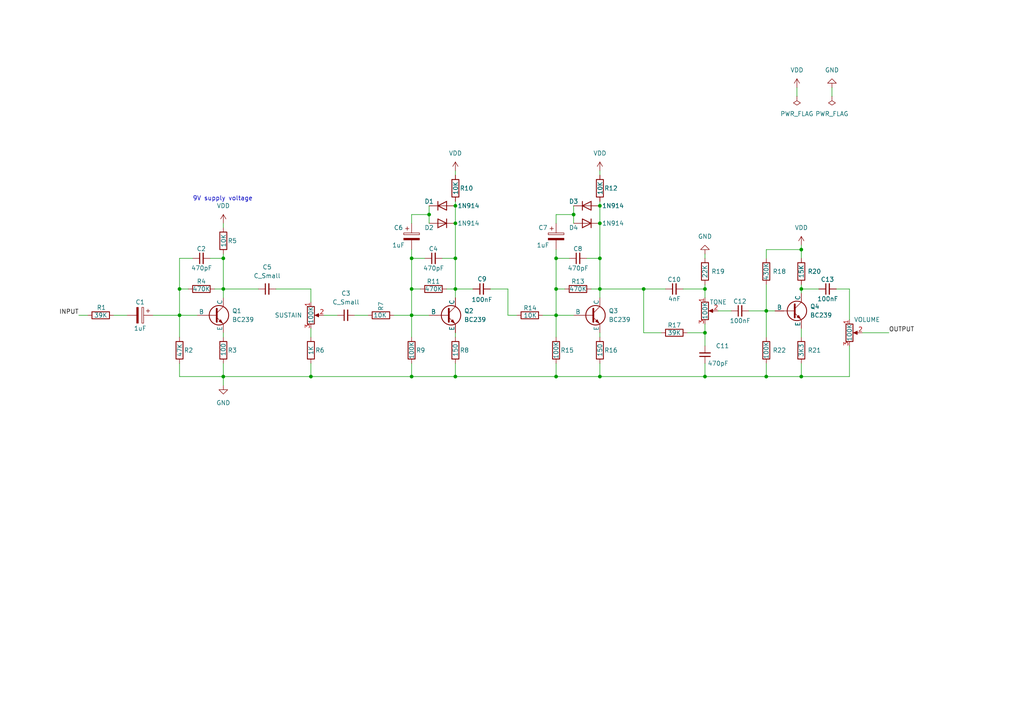
<source format=kicad_sch>
(kicad_sch (version 20230121) (generator eeschema)
  (paper "A4")
  (lib_symbols
    (symbol "Device:C_Polarized" (pin_numbers hide) (pin_names (offset 0.254))
      (property "Reference" "C" (at 0.635 2.54 0))
      (property "Value" "C_Polarized" (at 0.635 -2.54 0))
      (symbol "C_Polarized_0_1"
        (rectangle (start -2.286 0.508) (end 2.286 1.016))
        (polyline (pts (xy -1.778 2.286) (xy -0.762 2.286)))
        (polyline (pts (xy -1.27 2.794) (xy -1.27 1.778)))
        (rectangle (start 2.286 -0.508) (end -2.286 -1.016) (fill (type outline)))
      )
      (symbol "C_Polarized_1_1"
        (pin passive line (at 0 3.81 270) (length 2.794) (name "~") (number "1"))
        (pin passive line (at 0 -3.81 90) (length 2.794) (name "~") (number "2"))
      )
    )
    (symbol "Device:C_Small" (pin_numbers hide) (pin_names (offset 0.254) hide)
      (property "Reference" "C" (at 0.254 1.778 0))
      (property "Value" "C_Small" (at 0.254 -2.032 0))
      (symbol "C_Small_0_1"
        (polyline (pts (xy -1.524 -0.508) (xy 1.524 -0.508)) (stroke (width 0.3302)))
        (polyline (pts (xy -1.524 0.508) (xy 1.524 0.508)) (stroke (width 0.3048)))
      )
      (symbol "C_Small_1_1"
        (pin passive line (at 0 2.54 270) (length 2.032) (name "~") (number "1"))
        (pin passive line (at 0 -2.54 90) (length 2.032) (name "~") (number "2"))
      )
    )
    (symbol "Device:R" (pin_numbers hide) (pin_names (offset 0))
      (property "Reference" "R" (at 2.032 0 90))
      (property "Value" "R" (at 0 0 90))
      (symbol "R_0_1"
        (rectangle (start -1.016 -2.54) (end 1.016 2.54) (stroke (width 0.254)))
      )
      (symbol "R_1_1"
        (pin passive line (at 0 3.81 270) (length 1.27) (name "~") (number "1"))
        (pin passive line (at 0 -3.81 90) (length 1.27) (name "~") (number "2"))
      )
    )
    (symbol "Device:R_Potentiometer" (pin_names (offset 1.016) hide)
      (property "Reference" "RV" (at -4.445 0 90))
      (property "Value" "R_Potentiometer" (at -2.54 0 90))
      (symbol "R_Potentiometer_0_1"
        (polyline (pts (xy 2.54 0) (xy 1.524 0)))
        (polyline (pts (xy 1.143 0) (xy 2.286 0.508) (xy 2.286 -0.508) (xy 1.143 0)) (fill (type outline)))
        (rectangle (start 1.016 2.54) (end -1.016 -2.54) (stroke (width 0.254)))
      )
      (symbol "R_Potentiometer_1_1"
        (pin passive line (at 0 3.81 270) (length 1.27) (name "1") (number "1"))
        (pin passive line (at 3.81 0 180) (length 1.27) (name "2") (number "2"))
        (pin passive line (at 0 -3.81 90) (length 1.27) (name "3") (number "3"))
      )
    )
    (symbol "Diode:1N914" (pin_numbers hide) (pin_names hide)
      (property "Reference" "D" (at 0 2.54 0))
      (property "Value" "1N914" (at 0 -2.54 0))
      (symbol "1N914_0_1"
        (polyline (pts (xy -1.27 1.27) (xy -1.27 -1.27)) (stroke (width 0.254)))
        (polyline (pts (xy 1.27 0) (xy -1.27 0)))
        (polyline (pts (xy 1.27 1.27) (xy 1.27 -1.27) (xy -1.27 0) (xy 1.27 1.27)) (stroke (width 0.254)))
      )
      (symbol "1N914_1_1"
        (pin passive line (at -3.81 0 0) (length 2.54) (name "K") (number "1"))
        (pin passive line (at 3.81 0 180) (length 2.54) (name "A") (number "2"))
      )
    )
    (symbol "Simulation_SPICE:NPN" (pin_numbers hide) (pin_names (offset 0))
      (property "Reference" "Q" (at -2.54 7.62 0))
      (property "Value" "NPN" (at -2.54 5.08 0))
      (symbol "NPN_0_1"
        (polyline (pts (xy -2.54 0) (xy 0.635 0)) (stroke (width 0.1524)))
        (polyline (pts (xy 0.635 0.635) (xy 2.54 2.54)))
        (polyline (pts (xy 2.794 -1.27) (xy 2.794 -1.27)) (stroke (width 0.1524)))
        (polyline (pts (xy 2.794 -1.27) (xy 2.794 -1.27)) (stroke (width 0.1524)))
        (polyline (pts (xy 0.635 -0.635) (xy 2.54 -2.54) (xy 2.54 -2.54)))
        (polyline (pts (xy 0.635 1.905) (xy 0.635 -1.905) (xy 0.635 -1.905)) (stroke (width 0.508)))
        (polyline (pts (xy 1.27 -1.778) (xy 1.778 -1.27) (xy 2.286 -2.286) (xy 1.27 -1.778) (xy 1.27 -1.778)) (fill (type outline)))
        (circle (center 1.27 0) (radius 2.8194) (stroke (width 0.254)))
      )
      (symbol "NPN_1_1"
        (pin open_collector line (at 2.54 5.08 270) (length 2.54) (name "C") (number "1"))
        (pin input line (at -5.08 0 0) (length 2.54) (name "B") (number "2"))
        (pin open_emitter line (at 2.54 -5.08 90) (length 2.54) (name "E") (number "3"))
      )
    )
    (symbol "power:GND" (power) (pin_names (offset 0))
      (property "Value" "GND" (at 0 -3.81 0))
      (symbol "GND_0_1"
        (polyline (pts (xy 0 0) (xy 0 -1.27) (xy 1.27 -1.27) (xy 0 -2.54) (xy -1.27 -1.27) (xy 0 -1.27)))
      )
      (symbol "GND_1_1"
        (pin power_in line (at 0 0 270) (length 0) hide (name "GND") (number "1"))
      )
    )
    (symbol "power:PWR_FLAG" (power) (pin_numbers hide) (pin_names (offset 0) hide)
      (property "Value" "PWR_FLAG" (at 0 3.81 0))
      (symbol "PWR_FLAG_0_0"
        (pin power_out line (at 0 0 90) (length 0) (name "pwr") (number "1"))
      )
      (symbol "PWR_FLAG_0_1"
        (polyline (pts (xy 0 0) (xy 0 1.27) (xy -1.016 1.905) (xy 0 2.54) (xy 1.016 1.905) (xy 0 1.27)))
      )
    )
    (symbol "power:VDD" (power) (pin_names (offset 0))
      (property "Value" "VDD" (at 0 3.81 0))
      (symbol "VDD_0_1"
        (polyline (pts (xy -0.762 1.27) (xy 0 2.54)))
        (polyline (pts (xy 0 0) (xy 0 2.54)))
        (polyline (pts (xy 0 2.54) (xy 0.762 1.27)))
      )
      (symbol "VDD_1_1"
        (pin power_in line (at 0 0 90) (length 0) hide (name "VDD") (number "1"))
      )
    )
  )
  (junction (at 161.29 91.44))
  (junction (at 204.47 96.52))
  (junction (at 232.41 109.22))
  (junction (at 119.38 91.44))
  (junction (at 52.07 83.82))
  (junction (at 204.47 83.82))
  (junction (at 222.25 90.17))
  (junction (at 119.38 83.82))
  (junction (at 90.17 109.22))
  (junction (at 132.08 83.82))
  (junction (at 232.41 72.39))
  (junction (at 204.47 109.22))
  (junction (at 166.37 62.23))
  (junction (at 119.38 109.22))
  (junction (at 52.07 91.44))
  (junction (at 173.99 74.93))
  (junction (at 132.08 74.93))
  (junction (at 161.29 83.82))
  (junction (at 132.08 59.69))
  (junction (at 232.41 83.82))
  (junction (at 64.77 74.93))
  (junction (at 173.99 109.22))
  (junction (at 119.38 74.93))
  (junction (at 173.99 59.69))
  (junction (at 124.46 62.23))
  (junction (at 161.29 74.93))
  (junction (at 161.29 109.22))
  (junction (at 173.99 64.77))
  (junction (at 132.08 64.77))
  (junction (at 64.77 109.22))
  (junction (at 222.25 109.22))
  (junction (at 186.69 83.82))
  (junction (at 173.99 83.82))
  (junction (at 132.08 109.22))
  (junction (at 64.77 83.82))
  (wire (pts (xy 102.87 91.44) (xy 106.68 91.44)))
  (wire (pts (xy 52.07 74.93) (xy 55.88 74.93)))
  (wire (pts (xy 217.17 90.17) (xy 222.25 90.17)))
  (wire (pts (xy 222.25 97.79) (xy 222.25 90.17)))
  (wire (pts (xy 232.41 95.25) (xy 232.41 97.79)))
  (wire (pts (xy 166.37 59.69) (xy 166.37 62.23)))
  (wire (pts (xy 173.99 83.82) (xy 173.99 86.36)))
  (wire (pts (xy 52.07 109.22) (xy 52.07 105.41)))
  (wire (pts (xy 173.99 96.52) (xy 173.99 97.79)))
  (wire (pts (xy 199.39 96.52) (xy 204.47 96.52)))
  (wire (pts (xy 204.47 105.41) (xy 204.47 109.22)))
  (wire (pts (xy 132.08 83.82) (xy 132.08 86.36)))
  (wire (pts (xy 161.29 62.23) (xy 166.37 62.23)))
  (wire (pts (xy 246.38 109.22) (xy 232.41 109.22)))
  (wire (pts (xy 62.23 83.82) (xy 64.77 83.82)))
  (wire (pts (xy 52.07 83.82) (xy 52.07 91.44)))
  (wire (pts (xy 250.19 96.52) (xy 257.81 96.52)))
  (wire (pts (xy 232.41 71.12) (xy 232.41 72.39)))
  (wire (pts (xy 157.48 91.44) (xy 161.29 91.44)))
  (wire (pts (xy 90.17 105.41) (xy 90.17 109.22)))
  (wire (pts (xy 64.77 83.82) (xy 64.77 86.36)))
  (wire (pts (xy 173.99 59.69) (xy 173.99 64.77)))
  (wire (pts (xy 64.77 74.93) (xy 64.77 83.82)))
  (wire (pts (xy 193.04 83.82) (xy 186.69 83.82)))
  (wire (pts (xy 222.25 74.93) (xy 222.25 72.39)))
  (wire (pts (xy 147.32 83.82) (xy 147.32 91.44)))
  (wire (pts (xy 222.25 90.17) (xy 224.79 90.17)))
  (wire (pts (xy 241.3 25.4) (xy 241.3 27.94)))
  (wire (pts (xy 161.29 72.39) (xy 161.29 74.93)))
  (wire (pts (xy 114.3 91.44) (xy 119.38 91.44)))
  (wire (pts (xy 90.17 83.82) (xy 80.01 83.82)))
  (wire (pts (xy 22.86 91.44) (xy 25.4 91.44)))
  (wire (pts (xy 204.47 73.66) (xy 204.47 74.93)))
  (wire (pts (xy 173.99 105.41) (xy 173.99 109.22)))
  (wire (pts (xy 90.17 95.25) (xy 90.17 97.79)))
  (wire (pts (xy 121.92 83.82) (xy 119.38 83.82)))
  (wire (pts (xy 232.41 72.39) (xy 232.41 74.93)))
  (wire (pts (xy 208.28 90.17) (xy 212.09 90.17)))
  (wire (pts (xy 64.77 109.22) (xy 90.17 109.22)))
  (wire (pts (xy 33.02 91.44) (xy 36.83 91.44)))
  (wire (pts (xy 222.25 82.55) (xy 222.25 90.17)))
  (wire (pts (xy 132.08 109.22) (xy 161.29 109.22)))
  (wire (pts (xy 242.57 83.82) (xy 246.38 83.82)))
  (wire (pts (xy 119.38 72.39) (xy 119.38 74.93)))
  (wire (pts (xy 222.25 105.41) (xy 222.25 109.22)))
  (wire (pts (xy 161.29 74.93) (xy 161.29 83.82)))
  (wire (pts (xy 161.29 74.93) (xy 165.1 74.93)))
  (wire (pts (xy 231.14 25.4) (xy 231.14 27.94)))
  (wire (pts (xy 161.29 83.82) (xy 161.29 91.44)))
  (wire (pts (xy 171.45 83.82) (xy 173.99 83.82)))
  (wire (pts (xy 124.46 59.69) (xy 124.46 62.23)))
  (wire (pts (xy 64.77 111.76) (xy 64.77 109.22)))
  (wire (pts (xy 52.07 91.44) (xy 52.07 97.79)))
  (wire (pts (xy 173.99 109.22) (xy 204.47 109.22)))
  (wire (pts (xy 186.69 83.82) (xy 186.69 96.52)))
  (wire (pts (xy 119.38 74.93) (xy 119.38 83.82)))
  (wire (pts (xy 132.08 83.82) (xy 137.16 83.82)))
  (wire (pts (xy 170.18 74.93) (xy 173.99 74.93)))
  (wire (pts (xy 124.46 62.23) (xy 124.46 64.77)))
  (wire (pts (xy 52.07 91.44) (xy 57.15 91.44)))
  (wire (pts (xy 119.38 91.44) (xy 124.46 91.44)))
  (wire (pts (xy 44.45 91.44) (xy 52.07 91.44)))
  (wire (pts (xy 142.24 83.82) (xy 147.32 83.82)))
  (wire (pts (xy 222.25 72.39) (xy 232.41 72.39)))
  (wire (pts (xy 132.08 59.69) (xy 132.08 64.77)))
  (wire (pts (xy 119.38 109.22) (xy 119.38 105.41)))
  (wire (pts (xy 64.77 109.22) (xy 52.07 109.22)))
  (wire (pts (xy 90.17 109.22) (xy 119.38 109.22)))
  (wire (pts (xy 93.98 91.44) (xy 97.79 91.44)))
  (wire (pts (xy 132.08 49.53) (xy 132.08 50.8)))
  (wire (pts (xy 198.12 83.82) (xy 204.47 83.82)))
  (wire (pts (xy 204.47 109.22) (xy 222.25 109.22)))
  (wire (pts (xy 54.61 83.82) (xy 52.07 83.82)))
  (wire (pts (xy 232.41 83.82) (xy 232.41 85.09)))
  (wire (pts (xy 232.41 109.22) (xy 222.25 109.22)))
  (wire (pts (xy 119.38 91.44) (xy 119.38 97.79)))
  (wire (pts (xy 204.47 83.82) (xy 204.47 86.36)))
  (wire (pts (xy 129.54 83.82) (xy 132.08 83.82)))
  (wire (pts (xy 161.29 109.22) (xy 161.29 105.41)))
  (wire (pts (xy 64.77 96.52) (xy 64.77 97.79)))
  (wire (pts (xy 119.38 64.77) (xy 119.38 62.23)))
  (wire (pts (xy 64.77 105.41) (xy 64.77 109.22)))
  (wire (pts (xy 132.08 105.41) (xy 132.08 109.22)))
  (wire (pts (xy 246.38 100.33) (xy 246.38 109.22)))
  (wire (pts (xy 161.29 109.22) (xy 173.99 109.22)))
  (wire (pts (xy 191.77 96.52) (xy 186.69 96.52)))
  (wire (pts (xy 161.29 91.44) (xy 166.37 91.44)))
  (wire (pts (xy 173.99 49.53) (xy 173.99 50.8)))
  (wire (pts (xy 119.38 83.82) (xy 119.38 91.44)))
  (wire (pts (xy 246.38 83.82) (xy 246.38 92.71)))
  (wire (pts (xy 166.37 62.23) (xy 166.37 64.77)))
  (wire (pts (xy 232.41 83.82) (xy 237.49 83.82)))
  (wire (pts (xy 173.99 83.82) (xy 186.69 83.82)))
  (wire (pts (xy 232.41 82.55) (xy 232.41 83.82)))
  (wire (pts (xy 132.08 64.77) (xy 132.08 74.93)))
  (wire (pts (xy 64.77 64.77) (xy 64.77 66.04)))
  (wire (pts (xy 60.96 74.93) (xy 64.77 74.93)))
  (wire (pts (xy 173.99 64.77) (xy 173.99 74.93)))
  (wire (pts (xy 163.83 83.82) (xy 161.29 83.82)))
  (wire (pts (xy 204.47 82.55) (xy 204.47 83.82)))
  (wire (pts (xy 52.07 74.93) (xy 52.07 83.82)))
  (wire (pts (xy 204.47 93.98) (xy 204.47 96.52)))
  (wire (pts (xy 90.17 83.82) (xy 90.17 87.63)))
  (wire (pts (xy 119.38 109.22) (xy 132.08 109.22)))
  (wire (pts (xy 147.32 91.44) (xy 149.86 91.44)))
  (wire (pts (xy 128.27 74.93) (xy 132.08 74.93)))
  (wire (pts (xy 161.29 64.77) (xy 161.29 62.23)))
  (wire (pts (xy 132.08 58.42) (xy 132.08 59.69)))
  (wire (pts (xy 204.47 96.52) (xy 204.47 100.33)))
  (wire (pts (xy 74.93 83.82) (xy 64.77 83.82)))
  (wire (pts (xy 132.08 96.52) (xy 132.08 97.79)))
  (wire (pts (xy 119.38 74.93) (xy 123.19 74.93)))
  (wire (pts (xy 132.08 74.93) (xy 132.08 83.82)))
  (wire (pts (xy 119.38 62.23) (xy 124.46 62.23)))
  (wire (pts (xy 232.41 105.41) (xy 232.41 109.22)))
  (wire (pts (xy 173.99 58.42) (xy 173.99 59.69)))
  (wire (pts (xy 161.29 91.44) (xy 161.29 97.79)))
  (wire (pts (xy 173.99 74.93) (xy 173.99 83.82)))
  (wire (pts (xy 64.77 73.66) (xy 64.77 74.93)))
  (text "9V supply voltage\n" (at 55.88 58.42 0) (effects (font (size 1.27 1.27)) (justify left bottom)))
  (label "OUTPUT" (at 257.81 96.52 0))
  (label "INPUT" (at 22.86 91.44 180))
  (symbol (lib_id "Device:C_Polarized") (at 40.64 91.44 270) (unit 1)
    (property "Reference" "C1" (at 40.64 87.63 90))
    (property "Value" "1uF" (at 40.64 95.25 90))
  )
  (symbol (lib_id "power:GND") (at 64.77 111.76 0) (unit 1)
    (property "Reference" "#PWR01" (effects hide))
    (property "Value" "GND" (at 64.77 116.84 0))
  )
  (symbol (lib_id "Diode:1N914") (at 128.27 64.77 180) (unit 1)
    (property "Reference" "D2" (at 124.46 66.04 0))
    (property "Value" "1N914" (at 135.89 64.77 0))
    (property "Footprint" "Diode_THT:D_DO-35_SOD27_P7.62mm_Horizontal" (effects hide))
    (property "Datasheet" "http://www.vishay.com/docs/85622/1n914.pdf" (effects hide))
    (property "Sim.Device" "D" (effects hide))
    (property "Sim.Pins" "1=K 2=A" (effects hide))
  )
  (symbol (lib_id "Device:R") (at 204.47 78.74 0) (unit 1)
    (property "Reference" "R19" (at 208.28 78.74 0))
    (property "Value" "22K" (at 204.47 78.74 90))
  )
  (symbol (lib_id "Device:R_Potentiometer") (at 90.17 91.44 0) (unit 1)
    (property "Reference" "SUSTAIN" (at 87.63 91.44 0) (effects (justify right)))
    (property "Value" "100K" (at 90.1839 88.8162 90) (effects (justify right)))
  )
  (symbol (lib_id "power:GND") (at 204.47 73.66 180) (unit 1)
    (property "Reference" "#PWR07" (effects hide))
    (property "Value" "GND" (at 204.47 68.58 0))
  )
  (symbol (lib_id "power:VDD") (at 232.41 71.12 0) (unit 1)
    (property "Reference" "#PWR08" (effects hide))
    (property "Value" "VDD" (at 232.41 66.04 0))
  )
  (symbol (lib_id "power:VDD") (at 64.77 64.77 0) (unit 1)
    (property "Reference" "#PWR02" (effects hide))
    (property "Value" "VDD" (at 64.77 59.69 0))
  )
  (symbol (lib_id "Device:R") (at 125.73 83.82 270) (unit 1)
    (property "Reference" "R11" (at 125.7225 81.6263 90))
    (property "Value" "470K" (at 125.73 83.82 90))
  )
  (symbol (lib_id "Device:C_Small") (at 214.63 90.17 90) (unit 1)
    (property "Reference" "C12" (at 214.5938 87.4098 90))
    (property "Value" "100nF" (at 214.6718 93.0449 90))
  )
  (symbol (lib_id "Device:C_Small") (at 240.03 83.82 90) (unit 1)
    (property "Reference" "C13" (at 239.9938 81.0598 90))
    (property "Value" "100nF" (at 240.0718 86.6949 90))
  )
  (symbol (lib_id "Device:R") (at 119.38 101.6 180) (unit 1)
    (property "Reference" "R9" (at 120.65 101.6 0) (effects (justify right)))
    (property "Value" "100K" (at 119.3939 104.1958 90) (effects (justify right)))
  )
  (symbol (lib_id "Device:R") (at 222.25 101.6 0) (unit 1)
    (property "Reference" "R22" (at 226.06 101.6 0))
    (property "Value" "100K" (at 222.25 101.6 90))
  )
  (symbol (lib_id "power:VDD") (at 173.99 49.53 0) (unit 1)
    (property "Reference" "#PWR06" (effects hide))
    (property "Value" "VDD" (at 173.99 44.45 0))
  )
  (symbol (lib_id "power:PWR_FLAG") (at 231.14 27.94 180) (unit 1)
    (property "Reference" "#FLG01" (effects hide))
    (property "Value" "PWR_FLAG" (at 231.14 33.02 0))
  )
  (symbol (lib_id "Diode:1N914") (at 170.18 64.77 180) (unit 1)
    (property "Reference" "D4" (at 166.37 66.04 0))
    (property "Value" "1N914" (at 177.8 64.77 0))
    (property "Footprint" "Diode_THT:D_DO-35_SOD27_P7.62mm_Horizontal" (effects hide))
    (property "Datasheet" "http://www.vishay.com/docs/85622/1n914.pdf" (effects hide))
    (property "Sim.Device" "D" (effects hide))
    (property "Sim.Pins" "1=K 2=A" (effects hide))
  )
  (symbol (lib_id "power:PWR_FLAG") (at 241.3 27.94 180) (unit 1)
    (property "Reference" "#FLG02" (effects hide))
    (property "Value" "PWR_FLAG" (at 241.3 33.02 0))
  )
  (symbol (lib_id "power:GND") (at 241.3 25.4 180) (unit 1)
    (property "Reference" "#PWR04" (effects hide))
    (property "Value" "GND" (at 241.3 20.32 0))
  )
  (symbol (lib_id "power:VDD") (at 132.08 49.53 0) (unit 1)
    (property "Reference" "#PWR05" (effects hide))
    (property "Value" "VDD" (at 132.08 44.45 0))
  )
  (symbol (lib_id "Device:R") (at 153.67 91.44 270) (unit 1)
    (property "Reference" "R14" (at 155.7118 89.3391 90) (effects (justify right)))
    (property "Value" "10K" (at 155.7394 91.4894 90) (effects (justify right)))
  )
  (symbol (lib_id "Device:C_Small") (at 77.47 83.82 90) (unit 1)
    (property "Reference" "C5" (at 77.4763 77.47 90))
    (property "Value" "C_Small" (at 77.4763 80.01 90))
  )
  (symbol (lib_id "Device:C_Small") (at 204.47 102.87 180) (unit 1)
    (property "Reference" "C11" (at 209.55 100.33 0))
    (property "Value" "470pF" (at 208.28 105.41 0))
  )
  (symbol (lib_id "Device:R") (at 58.42 83.82 270) (unit 1)
    (property "Reference" "R4" (at 58.4125 81.6263 90))
    (property "Value" "470K" (at 58.42 83.82 90))
  )
  (symbol (lib_id "Device:R") (at 110.49 91.44 270) (unit 1)
    (property "Reference" "R7" (at 110.49 90.17 0) (effects (justify right)))
    (property "Value" "10K" (at 112.2055 91.4288 90) (effects (justify right)))
  )
  (symbol (lib_id "Device:R") (at 132.08 54.61 180) (unit 1)
    (property "Reference" "R10" (at 133.35 54.61 0) (effects (justify right)))
    (property "Value" "10K" (at 132.1661 56.5251 90) (effects (justify right)))
  )
  (symbol (lib_id "Device:R") (at 161.29 101.6 180) (unit 1)
    (property "Reference" "R15" (at 162.56 101.6 0) (effects (justify right)))
    (property "Value" "100K" (at 161.29 104.14 90) (effects (justify right)))
  )
  (symbol (lib_id "Device:R") (at 232.41 78.74 0) (unit 1)
    (property "Reference" "R20" (at 236.22 78.74 0))
    (property "Value" "15K" (at 232.41 78.74 90))
  )
  (symbol (lib_id "Device:R_Potentiometer") (at 204.47 90.17 0) (unit 1)
    (property "Reference" "TONE" (at 210.82 87.63 0) (effects (justify right)))
    (property "Value" "100K" (at 204.4839 87.5462 90) (effects (justify right)))
  )
  (symbol (lib_id "Device:R") (at 52.07 101.6 180) (unit 1)
    (property "Reference" "R2" (at 53.34 101.6 0) (effects (justify right)))
    (property "Value" "47K" (at 52.1415 103.5244 90) (effects (justify right)))
  )
  (symbol (lib_id "Device:R") (at 232.41 101.6 0) (unit 1)
    (property "Reference" "R21" (at 236.22 101.6 0))
    (property "Value" "3K3" (at 232.41 101.6 90))
  )
  (symbol (lib_id "Device:R") (at 173.99 54.61 180) (unit 1)
    (property "Reference" "R12" (at 175.26 54.61 0) (effects (justify right)))
    (property "Value" "10K" (at 174.0761 56.5251 90) (effects (justify right)))
  )
  (symbol (lib_id "Device:C_Small") (at 100.33 91.44 90) (unit 1)
    (property "Reference" "C3" (at 100.3363 85.09 90))
    (property "Value" "C_Small" (at 100.3363 87.63 90))
  )
  (symbol (lib_id "Simulation_SPICE:NPN") (at 171.45 91.44 0) (unit 1)
    (property "Reference" "Q3" (at 176.53 90.17 0) (effects (justify left)))
    (property "Value" "BC239" (at 176.53 92.71 0) (effects (justify left)))
    (property "Sim.Device" "NPN" (effects hide))
    (property "Sim.Type" "GUMMELPOON" (effects hide))
    (property "Sim.Pins" "1=C 2=B 3=E" (effects hide))
  )
  (symbol (lib_id "Simulation_SPICE:NPN") (at 129.54 91.44 0) (unit 1)
    (property "Reference" "Q2" (at 134.62 90.17 0) (effects (justify left)))
    (property "Value" "BC239" (at 134.62 92.71 0) (effects (justify left)))
    (property "Sim.Device" "NPN" (effects hide))
    (property "Sim.Type" "GUMMELPOON" (effects hide))
    (property "Sim.Pins" "1=C 2=B 3=E" (effects hide))
  )
  (symbol (lib_id "Simulation_SPICE:NPN") (at 229.87 90.17 0) (unit 1)
    (property "Reference" "Q4" (at 234.95 88.9 0) (effects (justify left)))
    (property "Value" "BC239" (at 234.95 91.44 0) (effects (justify left)))
    (property "Sim.Device" "NPN" (effects hide))
    (property "Sim.Type" "GUMMELPOON" (effects hide))
    (property "Sim.Pins" "1=C 2=B 3=E" (effects hide))
  )
  (symbol (lib_id "Device:R") (at 195.58 96.52 270) (unit 1)
    (property "Reference" "R17" (at 195.5725 94.3263 90))
    (property "Value" "39K" (at 195.58 96.52 90))
  )
  (symbol (lib_id "Device:C_Small") (at 139.7 83.82 90) (unit 1)
    (property "Reference" "C9" (at 139.8116 80.9192 90))
    (property "Value" "100nF" (at 139.7702 86.9151 90))
  )
  (symbol (lib_id "Device:R") (at 64.77 101.6 180) (unit 1)
    (property "Reference" "R3" (at 66.04 101.6 0) (effects (justify right)))
    (property "Value" "100" (at 64.7812 103.3155 90) (effects (justify right)))
  )
  (symbol (lib_id "Device:R_Potentiometer") (at 246.38 96.52 0) (unit 1)
    (property "Reference" "VOLUME" (at 255.27 92.71 0) (effects (justify right)))
    (property "Value" "100K" (at 246.3939 93.8962 90) (effects (justify right)))
  )
  (symbol (lib_id "Device:R") (at 222.25 78.74 0) (unit 1)
    (property "Reference" "R18" (at 226.06 78.74 0))
    (property "Value" "430K" (at 222.25 78.74 90))
  )
  (symbol (lib_id "Diode:1N914") (at 128.27 59.69 0) (unit 1)
    (property "Reference" "D1" (at 124.46 58.42 0))
    (property "Value" "1N914" (at 135.89 59.69 0))
    (property "Footprint" "Diode_THT:D_DO-35_SOD27_P7.62mm_Horizontal" (effects hide))
    (property "Datasheet" "http://www.vishay.com/docs/85622/1n914.pdf" (effects hide))
    (property "Sim.Device" "D" (effects hide))
    (property "Sim.Pins" "1=K 2=A" (effects hide))
  )
  (symbol (lib_id "Device:C_Small") (at 58.42 74.93 90) (unit 1)
    (property "Reference" "C2" (at 58.3838 72.1698 90))
    (property "Value" "470pF" (at 58.4883 77.7584 90))
  )
  (symbol (lib_id "Device:R") (at 29.21 91.44 90) (unit 1)
    (property "Reference" "R1" (at 29.4072 89.2006 90))
    (property "Value" "39K" (at 29.21 91.44 90))
  )
  (symbol (lib_id "Device:C_Small") (at 167.64 74.93 90) (unit 1)
    (property "Reference" "C8" (at 167.6038 72.1698 90))
    (property "Value" "470pF" (at 167.6818 77.8049 90))
  )
  (symbol (lib_id "power:VDD") (at 231.14 25.4 0) (unit 1)
    (property "Reference" "#PWR03" (effects hide))
    (property "Value" "VDD" (at 231.14 20.32 0))
  )
  (symbol (lib_id "Simulation_SPICE:NPN") (at 62.23 91.44 0) (unit 1)
    (property "Reference" "Q1" (at 67.31 90.17 0) (effects (justify left)))
    (property "Value" "BC239" (at 67.31 92.71 0) (effects (justify left)))
    (property "Sim.Device" "NPN" (effects hide))
    (property "Sim.Type" "GUMMELPOON" (effects hide))
    (property "Sim.Pins" "1=C 2=B 3=E" (effects hide))
  )
  (symbol (lib_id "Device:C_Small") (at 125.73 74.93 90) (unit 1)
    (property "Reference" "C4" (at 125.6938 72.1698 90))
    (property "Value" "470pF" (at 125.7718 77.8049 90))
  )
  (symbol (lib_id "Diode:1N914") (at 170.18 59.69 0) (unit 1)
    (property "Reference" "D3" (at 166.37 58.42 0))
    (property "Value" "1N914" (at 177.8 59.69 0))
    (property "Footprint" "Diode_THT:D_DO-35_SOD27_P7.62mm_Horizontal" (effects hide))
    (property "Datasheet" "http://www.vishay.com/docs/85622/1n914.pdf" (effects hide))
    (property "Sim.Device" "D" (effects hide))
    (property "Sim.Pins" "1=K 2=A" (effects hide))
  )
  (symbol (lib_id "Device:R") (at 173.99 101.6 180) (unit 1)
    (property "Reference" "R16" (at 175.26 101.6 0) (effects (justify right)))
    (property "Value" "150" (at 174.0039 103.484 90) (effects (justify right)))
  )
  (symbol (lib_id "Device:C_Polarized") (at 161.29 68.58 0) (unit 1)
    (property "Reference" "C7" (at 157.48 66.04 0))
    (property "Value" "1uF" (at 157.48 71.12 0))
  )
  (symbol (lib_id "Device:R") (at 132.08 101.6 180) (unit 1)
    (property "Reference" "R8" (at 133.35 101.6 0) (effects (justify right)))
    (property "Value" "150" (at 132.0939 103.484 90) (effects (justify right)))
  )
  (symbol (lib_id "Device:C_Polarized") (at 119.38 68.58 0) (unit 1)
    (property "Reference" "C6" (at 115.57 66.04 0))
    (property "Value" "1uF" (at 115.57 71.12 0))
  )
  (symbol (lib_id "Device:R") (at 90.17 101.6 180) (unit 1)
    (property "Reference" "R6" (at 91.44 101.6 0) (effects (justify right)))
    (property "Value" "1K" (at 90.2072 102.9816 90) (effects (justify right)))
  )
  (symbol (lib_id "Device:R") (at 167.64 83.82 270) (unit 1)
    (property "Reference" "R13" (at 167.6325 81.6263 90))
    (property "Value" "470K" (at 167.64 83.82 90))
  )
  (symbol (lib_id "Device:R") (at 64.77 69.85 180) (unit 1)
    (property "Reference" "R5" (at 66.04 69.85 0) (effects (justify right)))
    (property "Value" "10K" (at 64.8561 71.7651 90) (effects (justify right)))
  )
  (symbol (lib_id "Device:C_Small") (at 195.58 83.82 90) (unit 1)
    (property "Reference" "C10" (at 195.5438 81.0598 90))
    (property "Value" "4nF" (at 195.6218 86.6949 90))
  )
)
</source>
